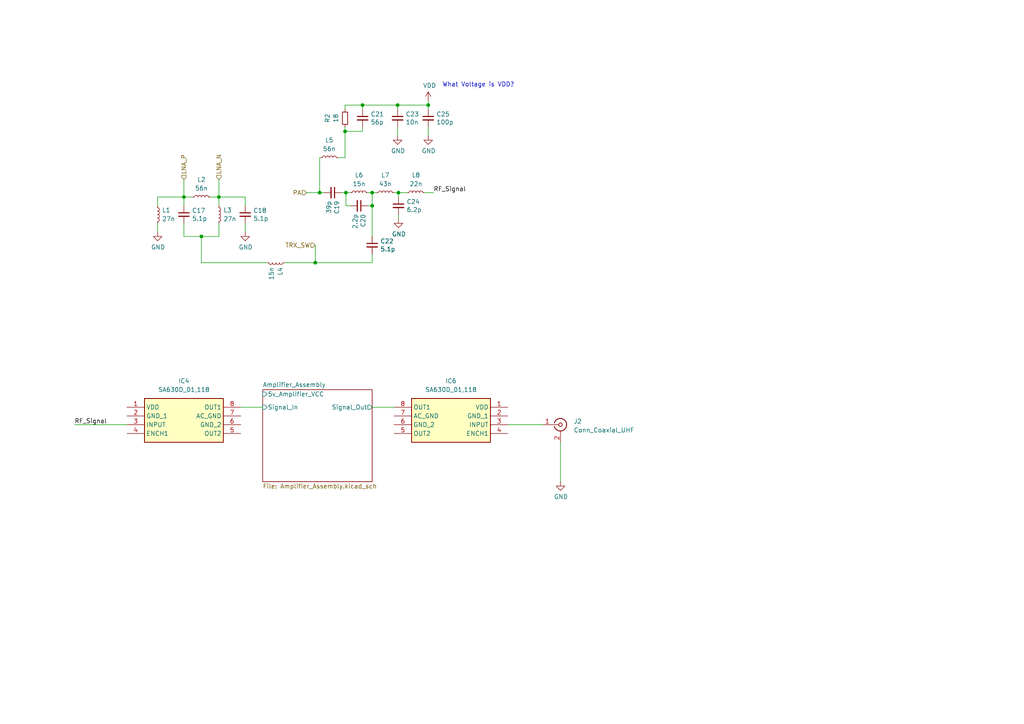
<source format=kicad_sch>
(kicad_sch (version 20230121) (generator eeschema)
  (paper "A4")
  (lib_symbols
    (symbol "Cobalt-Cowboy:SA630D_01,118"
      (property "Reference" "IC" (at 29.21 7.62 0))
      (property "Value" "SA630D_01,118" (at 29.21 5.08 0))
      (symbol "SA630D_01,118_1_1"
        (rectangle (start 5.08 2.54) (end 27.94 -10.16) (stroke (width 0.254)) (fill (type background)))
        (pin passive line (at 0 0 0) (length 5.08) (name "VDD") (number "1"))
        (pin passive line (at 0 -2.54 0) (length 5.08) (name "GND_1") (number "2"))
        (pin passive line (at 0 -5.08 0) (length 5.08) (name "INPUT") (number "3"))
        (pin passive line (at 0 -7.62 0) (length 5.08) (name "ENCH1") (number "4"))
        (pin passive line (at 33.02 -7.62 180) (length 5.08) (name "OUT2") (number "5"))
        (pin passive line (at 33.02 -5.08 180) (length 5.08) (name "GND_2") (number "6"))
        (pin passive line (at 33.02 -2.54 180) (length 5.08) (name "AC_GND") (number "7"))
        (pin passive line (at 33.02 0 180) (length 5.08) (name "OUT1") (number "8"))
      )
    )
    (symbol "Connector:Conn_Coaxial" (pin_names (offset 1.016) hide)
      (property "Reference" "J" (at 0.254 3.048 0))
      (property "Value" "Conn_Coaxial" (at 2.921 0 90))
      (symbol "Conn_Coaxial_0_1"
        (arc (start -1.778 -0.508) (mid 0.2311 -1.8066) (end 1.778 0) (stroke (width 0.254)))
        (polyline (pts (xy -2.54 0) (xy -0.508 0)))
        (polyline (pts (xy 0 -2.54) (xy 0 -1.778)))
        (circle (center 0 0) (radius 0.508) (stroke (width 0.2032)))
        (arc (start 1.778 0) (mid 0.2099 1.8101) (end -1.778 0.508) (stroke (width 0.254)))
      )
      (symbol "Conn_Coaxial_1_1"
        (pin passive line (at -5.08 0 0) (length 2.54) (name "In") (number "1"))
        (pin passive line (at 0 -5.08 90) (length 2.54) (name "Ext") (number "2"))
      )
    )
    (symbol "Device:L_Small" (pin_numbers hide) (pin_names (offset 0.254) hide)
      (property "Reference" "L" (at 0.762 1.016 0))
      (property "Value" "L_Small" (at 0.762 -1.016 0))
      (symbol "L_Small_0_1"
        (arc (start 0 -2.032) (mid 0.5058 -1.524) (end 0 -1.016))
        (arc (start 0 -1.016) (mid 0.5058 -0.508) (end 0 0))
        (arc (start 0 0) (mid 0.5058 0.508) (end 0 1.016))
        (arc (start 0 1.016) (mid 0.5058 1.524) (end 0 2.032))
      )
      (symbol "L_Small_1_1"
        (pin passive line (at 0 2.54 270) (length 0.508) (name "~") (number "1"))
        (pin passive line (at 0 -2.54 90) (length 0.508) (name "~") (number "2"))
      )
    )
    (symbol "pkl_device:pkl_C_Small" (pin_numbers hide) (pin_names (offset 0.254) hide)
      (property "Reference" "C" (at 0.254 1.778 0))
      (property "Value" "pkl_C_Small" (at 0.254 -2.032 0))
      (symbol "pkl_C_Small_0_1"
        (polyline (pts (xy -1.524 -0.508) (xy 1.524 -0.508)) (stroke (width 0.3302)))
        (polyline (pts (xy -1.524 0.508) (xy 1.524 0.508)) (stroke (width 0.3048)))
      )
      (symbol "pkl_C_Small_1_1"
        (pin passive line (at 0 2.54 270) (length 1.905) (name "~") (number "1"))
        (pin passive line (at 0 -2.54 90) (length 2.032) (name "~") (number "2"))
      )
    )
    (symbol "pkl_device:pkl_R_Small" (pin_numbers hide) (pin_names (offset 0.254) hide)
      (property "Reference" "R" (at 0.762 0.508 0))
      (property "Value" "pkl_R_Small" (at 0.762 -1.016 0))
      (symbol "pkl_R_Small_0_1"
        (rectangle (start -0.762 1.778) (end 0.762 -1.778) (stroke (width 0.2032)))
      )
      (symbol "pkl_R_Small_1_1"
        (pin passive line (at 0 2.54 270) (length 0.762) (name "~") (number "1"))
        (pin passive line (at 0 -2.54 90) (length 0.762) (name "~") (number "2"))
      )
    )
    (symbol "power:GND" (power) (pin_names (offset 0))
      (property "Value" "GND" (at 0 -3.81 0))
      (symbol "GND_0_1"
        (polyline (pts (xy 0 0) (xy 0 -1.27) (xy 1.27 -1.27) (xy 0 -2.54) (xy -1.27 -1.27) (xy 0 -1.27)))
      )
      (symbol "GND_1_1"
        (pin power_in line (at 0 0 270) (length 0) hide (name "GND") (number "1"))
      )
    )
    (symbol "power:VDD" (power) (pin_names (offset 0))
      (property "Value" "VDD" (at 0 3.81 0))
      (symbol "VDD_0_1"
        (polyline (pts (xy -0.762 1.27) (xy 0 2.54)))
        (polyline (pts (xy 0 0) (xy 0 2.54)))
        (polyline (pts (xy 0 2.54) (xy 0.762 1.27)))
      )
      (symbol "VDD_1_1"
        (pin power_in line (at 0 0 90) (length 0) hide (name "VDD") (number "1"))
      )
    )
  )
  (junction (at 100.076 38.1))
  (junction (at 115.316 30.48))
  (junction (at 107.95 55.88))
  (junction (at 115.57 55.88))
  (junction (at 53.34 57.15))
  (junction (at 100.33 55.88))
  (junction (at 91.44 76.2))
  (junction (at 107.95 59.69))
  (junction (at 105.156 30.48))
  (junction (at 63.5 57.15))
  (junction (at 58.42 68.58))
  (junction (at 92.71 55.88))
  (junction (at 124.206 30.48))
  (wire (pts (xy 63.5 57.15) (xy 71.12 57.15)))
  (wire (pts (xy 115.57 62.23) (xy 115.57 63.5)))
  (wire (pts (xy 100.076 38.1) (xy 105.156 38.1)))
  (wire (pts (xy 124.206 36.83) (xy 124.206 39.37)))
  (wire (pts (xy 107.95 59.69) (xy 107.95 55.88)))
  (wire (pts (xy 53.34 59.69) (xy 53.34 57.15)))
  (wire (pts (xy 77.47 76.2) (xy 58.42 76.2)))
  (wire (pts (xy 101.6 59.69) (xy 100.33 59.69)))
  (wire (pts (xy 60.96 57.15) (xy 63.5 57.15)))
  (wire (pts (xy 53.34 57.15) (xy 55.88 57.15)))
  (wire (pts (xy 53.34 64.77) (xy 53.34 68.58)))
  (wire (pts (xy 115.316 30.48) (xy 124.206 30.48)))
  (wire (pts (xy 115.57 55.88) (xy 115.57 57.15)))
  (wire (pts (xy 124.206 29.21) (xy 124.206 30.48)))
  (wire (pts (xy 107.95 55.88) (xy 106.68 55.88)))
  (wire (pts (xy 91.44 76.2) (xy 107.95 76.2)))
  (wire (pts (xy 107.95 76.2) (xy 107.95 73.66)))
  (wire (pts (xy 106.68 59.69) (xy 107.95 59.69)))
  (wire (pts (xy 100.33 55.88) (xy 101.6 55.88)))
  (wire (pts (xy 147.32 123.19) (xy 157.48 123.19)))
  (wire (pts (xy 92.71 45.72) (xy 92.964 45.72)))
  (wire (pts (xy 45.72 64.77) (xy 45.72 67.31)))
  (wire (pts (xy 45.72 57.15) (xy 53.34 57.15)))
  (wire (pts (xy 100.33 59.69) (xy 100.33 55.88)))
  (wire (pts (xy 105.156 30.48) (xy 105.156 31.75)))
  (wire (pts (xy 53.34 68.58) (xy 58.42 68.58)))
  (wire (pts (xy 63.5 57.15) (xy 63.5 59.69)))
  (wire (pts (xy 92.71 55.88) (xy 93.98 55.88)))
  (wire (pts (xy 71.12 64.77) (xy 71.12 67.31)))
  (wire (pts (xy 100.076 31.75) (xy 100.076 30.48)))
  (wire (pts (xy 124.206 30.48) (xy 124.206 31.75)))
  (wire (pts (xy 88.9 55.88) (xy 92.71 55.88)))
  (wire (pts (xy 100.076 36.83) (xy 100.076 38.1)))
  (wire (pts (xy 114.3 55.88) (xy 115.57 55.88)))
  (wire (pts (xy 105.156 36.83) (xy 105.156 38.1)))
  (wire (pts (xy 107.95 118.11) (xy 114.3 118.11)))
  (wire (pts (xy 162.56 128.27) (xy 162.56 139.7)))
  (wire (pts (xy 53.34 52.07) (xy 53.34 57.15)))
  (wire (pts (xy 100.076 38.1) (xy 100.076 45.72)))
  (wire (pts (xy 71.12 59.69) (xy 71.12 57.15)))
  (wire (pts (xy 92.71 45.72) (xy 92.71 55.88)))
  (wire (pts (xy 115.316 31.75) (xy 115.316 30.48)))
  (wire (pts (xy 58.42 68.58) (xy 63.5 68.58)))
  (wire (pts (xy 45.72 59.69) (xy 45.72 57.15)))
  (wire (pts (xy 21.59 123.19) (xy 36.83 123.19)))
  (wire (pts (xy 100.076 30.48) (xy 105.156 30.48)))
  (wire (pts (xy 63.5 52.07) (xy 63.5 57.15)))
  (wire (pts (xy 115.57 55.88) (xy 118.11 55.88)))
  (wire (pts (xy 107.95 55.88) (xy 109.22 55.88)))
  (wire (pts (xy 98.044 45.72) (xy 100.076 45.72)))
  (wire (pts (xy 69.85 118.11) (xy 76.2 118.11)))
  (wire (pts (xy 105.156 30.48) (xy 115.316 30.48)))
  (wire (pts (xy 107.95 59.69) (xy 107.95 68.58)))
  (wire (pts (xy 115.316 36.83) (xy 115.316 39.37)))
  (wire (pts (xy 125.73 55.88) (xy 123.19 55.88)))
  (wire (pts (xy 82.55 76.2) (xy 91.44 76.2)))
  (wire (pts (xy 58.42 76.2) (xy 58.42 68.58)))
  (wire (pts (xy 91.44 71.12) (xy 91.44 76.2)))
  (wire (pts (xy 99.06 55.88) (xy 100.33 55.88)))
  (wire (pts (xy 63.5 64.77) (xy 63.5 68.58)))
  (text "What Voltage is VDD?\n" (at 128.27 25.4 0) (effects (font (size 1.27 1.27)) (justify left bottom)))
  (label "RF_Signal" (at 21.59 123.19 0))
  (label "RF_Signal" (at 125.73 55.88 0))
  (hierarchical_label "TRX_SW" (shape input) (at 91.44 71.12 180))
  (hierarchical_label "LNA_P" (shape input) (at 53.34 52.07 90))
  (hierarchical_label "PA" (shape input) (at 88.9 55.88 180))
  (hierarchical_label "LNA_N" (shape input) (at 63.5 52.07 90))
  (symbol (lib_id "pkl_device:pkl_C_Small") (at 71.12 62.23 0) (unit 1)
    (property "Reference" "C18" (at 73.4568 61.0616 0) (effects (justify left)))
    (property "Value" "5.1p" (at 73.4568 63.373 0) (effects (justify left)))
    (property "Footprint" "Capacitor_SMD:C_0402_1005Metric" (effects hide))
    (instances (project "Cobalt-Cowboy" (path "" (reference "C18") (unit 1))) (project "Mini17" (path "" (reference "C13") (unit 1))))
  )
  (symbol (lib_id "Cobalt-Cowboy:SA630D_01,118") (at 147.32 118.11 0) (mirror y) (unit 1)
    (property "Reference" "IC6" (at 130.81 110.49 0))
    (property "Value" "SA630D_01,118" (at 130.81 113.03 0))
    (property "Footprint" "Cobalt_Cowboy:SOIC127P600X175-8N_SA630D_01,118" (effects hide))
    (property "Datasheet" "http://www.nxp.com/docs/en/data-sheet/SA630.pdf" (effects hide))
    (property "Height" "1.75" (effects hide))
    (property "Manufacturer_Name" "NXP" (effects hide))
    (property "Manufacturer_Part_Number" "SA630D/01,118" (effects hide))
    (property "Mouser Part Number" "771-SA630D/01-T" (effects hide))
    (property "Mouser Price/Stock" "https://www.mouser.co.uk/ProductDetail/NXP-Semiconductors/SA630D-01118?qs=LOCUfHb8d9u4rxNYFnxIPQ%3D%3D" (effects hide))
    (property "Arrow Part Number" "SA630D/01,118" (effects hide))
    (property "Arrow Price/Stock" "https://www.arrow.com/en/products/sa630d01118/nxp-semiconductors?region=nac" (effects hide))
  )
  (symbol (lib_id "Device:L_Small") (at 111.76 55.88 90) (unit 1)
    (property "Reference" "L7" (at 111.76 50.8 90))
    (property "Value" "43n" (at 111.76 53.34 90))
    (property "Footprint" "Inductor_SMD:L_0402_1005Metric" (effects hide))
  )
  (symbol (lib_id "power:GND") (at 115.57 63.5 0) (unit 1)
    (property "Reference" "#PWR030" (effects hide))
    (property "Value" "GND" (at 115.697 67.8942 0))
    (instances (project "Cobalt-Cowboy" (path "" (reference "#PWR030") (unit 1))) (project "Mini17" (path "" (reference "#PWR028") (unit 1))))
  )
  (symbol (lib_id "Device:L_Small") (at 95.504 45.72 90) (unit 1)
    (property "Reference" "L5" (at 95.504 40.64 90))
    (property "Value" "56n" (at 95.504 43.18 90))
    (property "Footprint" "Inductor_SMD:L_0402_1005Metric" (effects hide))
  )
  (symbol (lib_id "pkl_device:pkl_C_Small") (at 105.156 34.29 0) (unit 1)
    (property "Reference" "C21" (at 107.4928 33.1216 0) (effects (justify left)))
    (property "Value" "56p" (at 107.4928 35.433 0) (effects (justify left)))
    (property "Footprint" "Capacitor_SMD:C_0402_1005Metric" (effects hide))
    (instances (project "Cobalt-Cowboy" (path "" (reference "C21") (unit 1))) (project "Mini17" (path "" (reference "C17") (unit 1))))
  )
  (symbol (lib_id "Device:L_Small") (at 104.14 55.88 90) (unit 1)
    (property "Reference" "L6" (at 104.14 50.8 90))
    (property "Value" "15n" (at 104.14 53.34 90))
    (property "Footprint" "Inductor_SMD:L_0402_1005Metric" (effects hide))
  )
  (symbol (lib_id "pkl_device:pkl_C_Small") (at 124.206 34.29 0) (unit 1)
    (property "Reference" "C25" (at 126.5428 33.1216 0) (effects (justify left)))
    (property "Value" "100p" (at 126.5428 35.433 0) (effects (justify left)))
    (property "Footprint" "Capacitor_SMD:C_0402_1005Metric" (effects hide))
    (instances (project "Cobalt-Cowboy" (path "" (reference "C25") (unit 1))) (project "Mini17" (path "" (reference "C21") (unit 1))))
  )
  (symbol (lib_id "pkl_device:pkl_C_Small") (at 53.34 62.23 0) (unit 1)
    (property "Reference" "C17" (at 55.6768 61.0616 0) (effects (justify left)))
    (property "Value" "5.1p" (at 55.6768 63.373 0) (effects (justify left)))
    (property "Footprint" "Capacitor_SMD:C_0402_1005Metric" (effects hide))
    (instances (project "Cobalt-Cowboy" (path "" (reference "C17") (unit 1))) (project "Mini17" (path "" (reference "C12") (unit 1))))
  )
  (symbol (lib_id "pkl_device:pkl_R_Small") (at 100.076 34.29 0) (unit 1)
    (property "Reference" "R2" (at 94.996 34.29 90))
    (property "Value" "18" (at 97.409 34.29 90))
    (property "Footprint" "Resistor_SMD:R_0402_1005Metric" (effects hide))
    (instances (project "Cobalt-Cowboy" (path "" (reference "R2") (unit 1))) (project "Mini17" (path "" (reference "R3") (unit 1))))
  )
  (symbol (lib_id "power:GND") (at 115.316 39.37 0) (unit 1)
    (property "Reference" "#PWR029" (effects hide))
    (property "Value" "GND" (at 115.443 43.7642 0))
    (instances (project "Cobalt-Cowboy" (path "" (reference "#PWR029") (unit 1))) (project "Mini17" (path "" (reference "#PWR027") (unit 1))))
  )
  (symbol (lib_id "power:GND") (at 45.72 67.31 0) (unit 1)
    (property "Reference" "#PWR027" (effects hide))
    (property "Value" "GND" (at 45.847 71.7042 0))
    (instances (project "Cobalt-Cowboy" (path "" (reference "#PWR027") (unit 1))) (project "Mini17" (path "" (reference "#PWR023") (unit 1))))
  )
  (symbol (lib_id "Cobalt-Cowboy:SA630D_01,118") (at 36.83 118.11 0) (unit 1)
    (property "Reference" "IC4" (at 53.34 110.49 0))
    (property "Value" "SA630D_01,118" (at 53.34 113.03 0))
    (property "Footprint" "Cobalt_Cowboy:SOIC127P600X175-8N_SA630D_01,118" (effects hide))
    (property "Datasheet" "http://www.nxp.com/docs/en/data-sheet/SA630.pdf" (effects hide))
    (property "Height" "1.75" (effects hide))
    (property "Manufacturer_Name" "NXP" (effects hide))
    (property "Manufacturer_Part_Number" "SA630D/01,118" (effects hide))
    (property "Mouser Part Number" "771-SA630D/01-T" (effects hide))
    (property "Mouser Price/Stock" "https://www.mouser.co.uk/ProductDetail/NXP-Semiconductors/SA630D-01118?qs=LOCUfHb8d9u4rxNYFnxIPQ%3D%3D" (effects hide))
    (property "Arrow Part Number" "SA630D/01,118" (effects hide))
    (property "Arrow Price/Stock" "https://www.arrow.com/en/products/sa630d01118/nxp-semiconductors?region=nac" (effects hide))
  )
  (symbol (lib_id "pkl_device:pkl_C_Small") (at 115.316 34.29 0) (unit 1)
    (property "Reference" "C23" (at 117.6528 33.1216 0) (effects (justify left)))
    (property "Value" "10n" (at 117.6528 35.433 0) (effects (justify left)))
    (property "Footprint" "Capacitor_SMD:C_0402_1005Metric" (effects hide))
    (instances (project "Cobalt-Cowboy" (path "" (reference "C23") (unit 1))) (project "Mini17" (path "" (reference "C19") (unit 1))))
  )
  (symbol (lib_id "Device:L_Small") (at 80.01 76.2 270) (unit 1)
    (property "Reference" "L4" (at 81.2801 77.47 0) (effects (justify left)))
    (property "Value" "15n" (at 78.7401 77.47 0) (effects (justify left)))
    (property "Footprint" "Inductor_SMD:L_0402_1005Metric" (effects hide))
  )
  (symbol (lib_id "power:GND") (at 162.56 139.7 0) (unit 1)
    (property "Reference" "#PWR033" (effects hide))
    (property "Value" "GND" (at 162.687 144.0942 0))
    (instances (project "Cobalt-Cowboy" (path "" (reference "#PWR033") (unit 1))) (project "Mini17" (path "" (reference "#PWR031") (unit 1))))
  )
  (symbol (lib_id "Device:L_Small") (at 45.72 62.23 0) (unit 1)
    (property "Reference" "L1" (at 46.99 60.9599 0) (effects (justify left)))
    (property "Value" "27n" (at 46.99 63.4999 0) (effects (justify left)))
    (property "Footprint" "Inductor_SMD:L_0402_1005Metric" (effects hide))
  )
  (symbol (lib_id "pkl_device:pkl_C_Small") (at 96.52 55.88 270) (unit 1)
    (property "Reference" "C19" (at 97.6884 58.2168 0) (effects (justify left)))
    (property "Value" "39p" (at 95.377 58.2168 0) (effects (justify left)))
    (property "Footprint" "Capacitor_SMD:C_0402_1005Metric" (effects hide))
    (instances (project "Cobalt-Cowboy" (path "" (reference "C19") (unit 1))) (project "Mini17" (path "" (reference "C14") (unit 1))))
  )
  (symbol (lib_id "Device:L_Small") (at 58.42 57.15 90) (unit 1)
    (property "Reference" "L2" (at 58.42 52.07 90))
    (property "Value" "56n" (at 58.42 54.61 90))
    (property "Footprint" "Inductor_SMD:L_0402_1005Metric" (effects hide))
  )
  (symbol (lib_id "Device:L_Small") (at 63.5 62.23 0) (unit 1)
    (property "Reference" "L3" (at 64.77 60.9599 0) (effects (justify left)))
    (property "Value" "27n" (at 64.77 63.4999 0) (effects (justify left)))
    (property "Footprint" "Inductor_SMD:L_0402_1005Metric" (effects hide))
  )
  (symbol (lib_id "power:VDD") (at 124.206 29.21 0) (unit 1)
    (property "Reference" "#PWR031" (effects hide))
    (property "Value" "VDD" (at 124.587 24.8158 0))
    (instances (project "Cobalt-Cowboy" (path "" (reference "#PWR031") (unit 1))) (project "Mini17" (path "" (reference "#PWR029") (unit 1))))
  )
  (symbol (lib_id "pkl_device:pkl_C_Small") (at 104.14 59.69 270) (unit 1)
    (property "Reference" "C20" (at 105.3084 62.0268 0) (effects (justify left)))
    (property "Value" "2.2p" (at 102.997 62.0268 0) (effects (justify left)))
    (property "Footprint" "Capacitor_SMD:C_0402_1005Metric" (effects hide))
    (instances (project "Cobalt-Cowboy" (path "" (reference "C20") (unit 1))) (project "Mini17" (path "" (reference "C16") (unit 1))))
  )
  (symbol (lib_id "pkl_device:pkl_C_Small") (at 115.57 59.69 0) (unit 1)
    (property "Reference" "C24" (at 117.9068 58.5216 0) (effects (justify left)))
    (property "Value" "6.2p" (at 117.9068 60.833 0) (effects (justify left)))
    (property "Footprint" "Capacitor_SMD:C_0402_1005Metric" (effects hide))
    (instances (project "Cobalt-Cowboy" (path "" (reference "C24") (unit 1))) (project "Mini17" (path "" (reference "C20") (unit 1))))
  )
  (symbol (lib_id "power:GND") (at 71.12 67.31 0) (unit 1)
    (property "Reference" "#PWR028" (effects hide))
    (property "Value" "GND" (at 71.247 71.7042 0))
    (instances (project "Cobalt-Cowboy" (path "" (reference "#PWR028") (unit 1))) (project "Mini17" (path "" (reference "#PWR024") (unit 1))))
  )
  (symbol (lib_id "power:GND") (at 124.206 39.37 0) (unit 1)
    (property "Reference" "#PWR032" (effects hide))
    (property "Value" "GND" (at 124.333 43.7642 0))
    (instances (project "Cobalt-Cowboy" (path "" (reference "#PWR032") (unit 1))) (project "Mini17" (path "" (reference "#PWR030") (unit 1))))
  )
  (symbol (lib_id "Device:L_Small") (at 120.65 55.88 90) (unit 1)
    (property "Reference" "L8" (at 120.65 50.8 90))
    (property "Value" "22n" (at 120.65 53.34 90))
    (property "Footprint" "Inductor_SMD:L_0402_1005Metric" (effects hide))
  )
  (symbol (lib_id "Connector:Conn_Coaxial") (at 162.56 123.19 0) (unit 1)
    (property "Reference" "J2" (at 166.37 122.2132 0) (effects (justify left)))
    (property "Value" "Conn_Coaxial_UHF" (at 166.37 124.7532 0) (effects (justify left)))
    (property "Footprint" "Connector_Coaxial:SMA_Amphenol_901-143_Horizontal" (effects hide))
    (property "Datasheet" " ~" (effects hide))
  )
  (symbol (lib_id "pkl_device:pkl_C_Small") (at 107.95 71.12 0) (unit 1)
    (property "Reference" "C22" (at 110.2868 69.9516 0) (effects (justify left)))
    (property "Value" "5.1p" (at 110.2868 72.263 0) (effects (justify left)))
    (property "Footprint" "Capacitor_SMD:C_0402_1005Metric" (effects hide))
    (instances (project "Cobalt-Cowboy" (path "" (reference "C22") (unit 1))) (project "Mini17" (path "" (reference "C18") (unit 1))))
  )
  (sheet (at 76.2 113.03) (size 31.75 26.67) (stroke (width 0.1524))
    (property "Sheetname" "Amplifier_Assembly" (at 76.2 112.3184 0) (effects (justify left bottom)))
    (property "Sheetfile" "Amplifier_Assembly.kicad_sch" (at 76.2 140.2846 0) (effects (justify left top)))
    (pin "5v_Amplifier_VCC" input (at 76.2 114.3 180))
    (pin "Signal_Out" output (at 107.95 118.11 0))
    (pin "Signal_In" input (at 76.2 118.11 180))
  )
)
</source>
